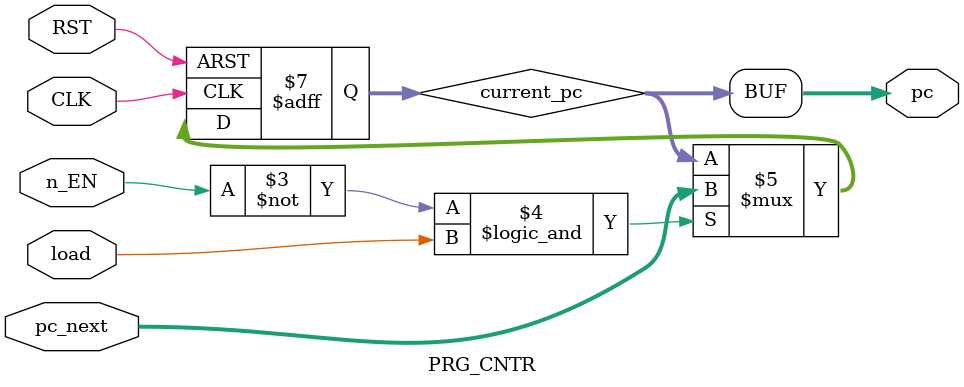
<source format=v>
module PRG_CNTR
#(  parameter N = 32   // Parameter defining the number of bits for the PC counter
)(
    input wire CLK,
    input wire RST,  
    input n_EN,  // Load input for setting a new PC value
    input load,  // Load input for setting a new PC value
    input [N-1: 0] pc_next,  // Input for the next PC value to be loaded
    output wire [N-1: 0] pc  // Output for the current PC value
    );

    reg [N-1: 0] current_pc;   // Register to hold the current PC value

    always @(posedge CLK or negedge RST) begin   // On every positive edge of the clock, or on a negative edge of reset
        if (~RST) begin   // If reset is active (low)
            current_pc <= 0;   // Reset the current PC value to zero
        end
        else if(~n_EN && load) begin   // If n_EN is active (high)
            current_pc <= pc_next;   // Set the current PC value to the new PC value (pc_next)
        end
    end
    assign pc = current_pc;
endmodule

</source>
